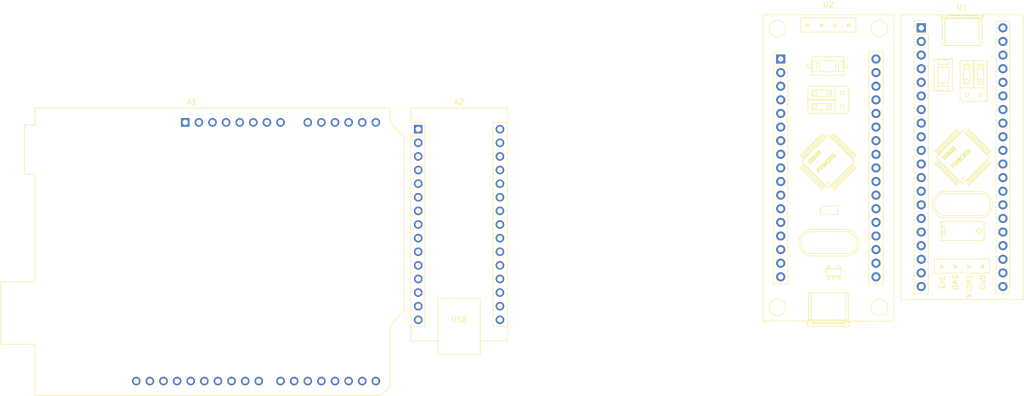
<source format=kicad_pcb>
(kicad_pcb (version 20241229) (generator "pcbnew") (generator_version "9.0")
  (layers (0 "F.Cu" signal) (2 "B.Cu" signal) (13 "F.Paste" user) (15 "B.Paste" user) (5 "F.SilkS" user "F.Silkscreen") (7 "B.SilkS" user "B.Silkscreen") (1 "F.Mask" user) (3 "B.Mask" user) (25 "Edge.Cuts" user))
  (net 0 "")
  (footprint "Module:Arduino_UNO_R3" (layer "F.Cu") (at 73.44 55.74)
    (property "Reference" "A1" (at 1.27 -3.81 180) (layer "F.SilkS"))
    (property "Value" "Arduino_Leonardo")
    (pad "1" thru_hole rect (at 0 0 90) (size 1.6 1.6) (drill 1) (layers "*.Cu" "*.Mask"))
    (pad "2" thru_hole oval (at 2.54 0 90) (size 1.6 1.6) (drill 1) (layers "*.Cu" "*.Mask"))
    (pad "3" thru_hole oval (at 5.08 0 90) (size 1.6 1.6) (drill 1) (layers "*.Cu" "*.Mask"))
    (pad "4" thru_hole oval (at 7.62 0 90) (size 1.6 1.6) (drill 1) (layers "*.Cu" "*.Mask"))
    (pad "5" thru_hole oval (at 10.16 0 90) (size 1.6 1.6) (drill 1) (layers "*.Cu" "*.Mask"))
    (pad "6" thru_hole oval (at 12.7 0 90) (size 1.6 1.6) (drill 1) (layers "*.Cu" "*.Mask"))
    (pad "7" thru_hole oval (at 15.24 0 90) (size 1.6 1.6) (drill 1) (layers "*.Cu" "*.Mask"))
    (pad "8" thru_hole oval (at 17.78 0 90) (size 1.6 1.6) (drill 1) (layers "*.Cu" "*.Mask"))
    (pad "9" thru_hole oval (at 22.86 0 90) (size 1.6 1.6) (drill 1) (layers "*.Cu" "*.Mask"))
    (pad "10" thru_hole oval (at 25.4 0 90) (size 1.6 1.6) (drill 1) (layers "*.Cu" "*.Mask"))
    (pad "11" thru_hole oval (at 27.94 0 90) (size 1.6 1.6) (drill 1) (layers "*.Cu" "*.Mask"))
    (pad "12" thru_hole oval (at 30.48 0 90) (size 1.6 1.6) (drill 1) (layers "*.Cu" "*.Mask"))
    (pad "13" thru_hole oval (at 33.02 0 90) (size 1.6 1.6) (drill 1) (layers "*.Cu" "*.Mask"))
    (pad "14" thru_hole oval (at 35.56 0 90) (size 1.6 1.6) (drill 1) (layers "*.Cu" "*.Mask"))
    (pad "15" thru_hole oval (at 35.56 48.26 90) (size 1.6 1.6) (drill 1) (layers "*.Cu" "*.Mask"))
    (pad "16" thru_hole oval (at 33.02 48.26 90) (size 1.6 1.6) (drill 1) (layers "*.Cu" "*.Mask"))
    (pad "17" thru_hole oval (at 30.48 48.26 90) (size 1.6 1.6) (drill 1) (layers "*.Cu" "*.Mask"))
    (pad "18" thru_hole oval (at 27.94 48.26 90) (size 1.6 1.6) (drill 1) (layers "*.Cu" "*.Mask"))
    (pad "19" thru_hole oval (at 25.4 48.26 90) (size 1.6 1.6) (drill 1) (layers "*.Cu" "*.Mask"))
    (pad "20" thru_hole oval (at 22.86 48.26 90) (size 1.6 1.6) (drill 1) (layers "*.Cu" "*.Mask"))
    (pad "21" thru_hole oval (at 20.32 48.26 90) (size 1.6 1.6) (drill 1) (layers "*.Cu" "*.Mask"))
    (pad "22" thru_hole oval (at 17.78 48.26 90) (size 1.6 1.6) (drill 1) (layers "*.Cu" "*.Mask"))
    (pad "23" thru_hole oval (at 13.72 48.26 90) (size 1.6 1.6) (drill 1) (layers "*.Cu" "*.Mask"))
    (pad "24" thru_hole oval (at 11.18 48.26 90) (size 1.6 1.6) (drill 1) (layers "*.Cu" "*.Mask"))
    (pad "25" thru_hole oval (at 8.64 48.26 90) (size 1.6 1.6) (drill 1) (layers "*.Cu" "*.Mask"))
    (pad "26" thru_hole oval (at 6.1 48.26 90) (size 1.6 1.6) (drill 1) (layers "*.Cu" "*.Mask"))
    (pad "27" thru_hole oval (at 3.56 48.26 90) (size 1.6 1.6) (drill 1) (layers "*.Cu" "*.Mask"))
    (pad "28" thru_hole oval (at 1.02 48.26 90) (size 1.6 1.6) (drill 1) (layers "*.Cu" "*.Mask"))
    (pad "29" thru_hole oval (at -1.52 48.26 90) (size 1.6 1.6) (drill 1) (layers "*.Cu" "*.Mask"))
    (pad "30" thru_hole oval (at -4.06 48.26 90) (size 1.6 1.6) (drill 1) (layers "*.Cu" "*.Mask"))
    (pad "31" thru_hole oval (at -6.6 48.26 90) (size 1.6 1.6) (drill 1) (layers "*.Cu" "*.Mask"))
    (pad "32" thru_hole oval (at -9.14 48.26 90) (size 1.6 1.6) (drill 1) (layers "*.Cu" "*.Mask"))
  )
  (footprint "libs:YAAJ_BlackPill_1" (layer "F.Cu") (at 184.54 43.91)
    (property "Reference" "U2" (at 8.89 -10.16 0) (layer "F.SilkS"))
    (property "Value" "YAAJ_BlackPill" (hide yes))
    (pad "1" thru_hole rect (at 0 0) (size 1.7 1.7) (drill 1) (layers "*.Cu" "*.Mask"))
    (pad "2" thru_hole circle (at 0 2.54) (size 1.7 1.7) (drill 1) (layers "*.Cu" "*.Mask"))
    (pad "3" thru_hole circle (at 0 5.08) (size 1.7 1.7) (drill 1) (layers "*.Cu" "*.Mask"))
    (pad "4" thru_hole circle (at 0 7.62) (size 1.7 1.7) (drill 1) (layers "*.Cu" "*.Mask"))
    (pad "5" thru_hole circle (at 0 10.16) (size 1.7 1.7) (drill 1) (layers "*.Cu" "*.Mask"))
    (pad "6" thru_hole circle (at 0 12.7) (size 1.7 1.7) (drill 1) (layers "*.Cu" "*.Mask"))
    (pad "7" thru_hole circle (at 0 15.24) (size 1.7 1.7) (drill 1) (layers "*.Cu" "*.Mask"))
    (pad "8" thru_hole circle (at 0 17.78) (size 1.7 1.7) (drill 1) (layers "*.Cu" "*.Mask"))
    (pad "9" thru_hole circle (at 0 20.32) (size 1.7 1.7) (drill 1) (layers "*.Cu" "*.Mask"))
    (pad "10" thru_hole circle (at 0 22.86) (size 1.7 1.7) (drill 1) (layers "*.Cu" "*.Mask"))
    (pad "11" thru_hole circle (at 0 25.4) (size 1.7 1.7) (drill 1) (layers "*.Cu" "*.Mask"))
    (pad "12" thru_hole circle (at 0 27.94) (size 1.7 1.7) (drill 1) (layers "*.Cu" "*.Mask"))
    (pad "13" thru_hole circle (at 0 30.48) (size 1.7 1.7) (drill 1) (layers "*.Cu" "*.Mask"))
    (pad "14" thru_hole circle (at 0 33.02) (size 1.7 1.7) (drill 1) (layers "*.Cu" "*.Mask"))
    (pad "15" thru_hole circle (at 0 35.56) (size 1.7 1.7) (drill 1) (layers "*.Cu" "*.Mask"))
    (pad "16" thru_hole circle (at 0 38.1) (size 1.7 1.7) (drill 1) (layers "*.Cu" "*.Mask"))
    (pad "17" thru_hole circle (at 0 40.64) (size 1.7 1.7) (drill 1) (layers "*.Cu" "*.Mask"))
    (pad "18" thru_hole circle (at 17.78 40.64) (size 1.7 1.7) (drill 1) (layers "*.Cu" "*.Mask"))
    (pad "19" thru_hole circle (at 17.78 38.1) (size 1.7 1.7) (drill 1) (layers "*.Cu" "*.Mask"))
    (pad "20" thru_hole circle (at 17.78 35.56) (size 1.7 1.7) (drill 1) (layers "*.Cu" "*.Mask"))
    (pad "21" thru_hole circle (at 17.78 33.02) (size 1.7 1.7) (drill 1) (layers "*.Cu" "*.Mask"))
    (pad "22" thru_hole circle (at 17.78 30.48) (size 1.7 1.7) (drill 1) (layers "*.Cu" "*.Mask"))
    (pad "23" thru_hole circle (at 17.78 27.94) (size 1.7 1.7) (drill 1) (layers "*.Cu" "*.Mask"))
    (pad "24" thru_hole circle (at 17.78 25.4) (size 1.7 1.7) (drill 1) (layers "*.Cu" "*.Mask"))
    (pad "25" thru_hole circle (at 17.78 22.86) (size 1.7 1.7) (drill 1) (layers "*.Cu" "*.Mask"))
    (pad "26" thru_hole circle (at 17.78 20.32) (size 1.7 1.7) (drill 1) (layers "*.Cu" "*.Mask"))
    (pad "27" thru_hole circle (at 17.78 17.78) (size 1.7 1.7) (drill 1) (layers "*.Cu" "*.Mask"))
    (pad "28" thru_hole circle (at 17.78 15.24) (size 1.7 1.7) (drill 1) (layers "*.Cu" "*.Mask"))
    (pad "29" thru_hole circle (at 17.78 12.7) (size 1.7 1.7) (drill 1) (layers "*.Cu" "*.Mask"))
    (pad "30" thru_hole circle (at 17.78 10.16) (size 1.7 1.7) (drill 1) (layers "*.Cu" "*.Mask"))
    (pad "31" thru_hole circle (at 17.78 7.62) (size 1.7 1.7) (drill 1) (layers "*.Cu" "*.Mask"))
    (pad "32" thru_hole circle (at 17.78 5.08) (size 1.7 1.7) (drill 1) (layers "*.Cu" "*.Mask"))
    (pad "33" thru_hole circle (at 17.78 2.54) (size 1.7 1.7) (drill 1) (layers "*.Cu" "*.Mask"))
    (pad "34" thru_hole circle (at 17.78 0) (size 1.7 1.7) (drill 1) (layers "*.Cu" "*.Mask"))
  )
  (footprint "Module:Arduino_Nano" (layer "F.Cu") (at 116.91 57.01)
    (property "Reference" "A2" (at 7.62 -5.08 0) (layer "F.SilkS"))
    (property "Value" "Arduino_Nano_v3.x")
    (fp_text user "USB" (at 7.62 35.56 0) (layer "F.SilkS"))
    (pad "1" thru_hole rect (at 0 0) (size 1.6 1.6) (drill 1) (layers "*.Cu" "*.Mask"))
    (pad "2" thru_hole oval (at 0 2.54) (size 1.6 1.6) (drill 1) (layers "*.Cu" "*.Mask"))
    (pad "3" thru_hole oval (at 0 5.08) (size 1.6 1.6) (drill 1) (layers "*.Cu" "*.Mask"))
    (pad "4" thru_hole oval (at 0 7.62) (size 1.6 1.6) (drill 1) (layers "*.Cu" "*.Mask"))
    (pad "5" thru_hole oval (at 0 10.16) (size 1.6 1.6) (drill 1) (layers "*.Cu" "*.Mask"))
    (pad "6" thru_hole oval (at 0 12.7) (size 1.6 1.6) (drill 1) (layers "*.Cu" "*.Mask"))
    (pad "7" thru_hole oval (at 0 15.24) (size 1.6 1.6) (drill 1) (layers "*.Cu" "*.Mask"))
    (pad "8" thru_hole oval (at 0 17.78) (size 1.6 1.6) (drill 1) (layers "*.Cu" "*.Mask"))
    (pad "9" thru_hole oval (at 0 20.32) (size 1.6 1.6) (drill 1) (layers "*.Cu" "*.Mask"))
    (pad "10" thru_hole oval (at 0 22.86) (size 1.6 1.6) (drill 1) (layers "*.Cu" "*.Mask"))
    (pad "11" thru_hole oval (at 0 25.4) (size 1.6 1.6) (drill 1) (layers "*.Cu" "*.Mask"))
    (pad "12" thru_hole oval (at 0 27.94) (size 1.6 1.6) (drill 1) (layers "*.Cu" "*.Mask"))
    (pad "13" thru_hole oval (at 0 30.48) (size 1.6 1.6) (drill 1) (layers "*.Cu" "*.Mask"))
    (pad "14" thru_hole oval (at 0 33.02) (size 1.6 1.6) (drill 1) (layers "*.Cu" "*.Mask"))
    (pad "15" thru_hole oval (at 0 35.56) (size 1.6 1.6) (drill 1) (layers "*.Cu" "*.Mask"))
    (pad "16" thru_hole oval (at 15.24 35.56) (size 1.6 1.6) (drill 1) (layers "*.Cu" "*.Mask"))
    (pad "17" thru_hole oval (at 15.24 33.02) (size 1.6 1.6) (drill 1) (layers "*.Cu" "*.Mask"))
    (pad "18" thru_hole oval (at 15.24 30.48) (size 1.6 1.6) (drill 1) (layers "*.Cu" "*.Mask"))
    (pad "19" thru_hole oval (at 15.24 27.94) (size 1.6 1.6) (drill 1) (layers "*.Cu" "*.Mask"))
    (pad "20" thru_hole oval (at 15.24 25.4) (size 1.6 1.6) (drill 1) (layers "*.Cu" "*.Mask"))
    (pad "21" thru_hole oval (at 15.24 22.86) (size 1.6 1.6) (drill 1) (layers "*.Cu" "*.Mask"))
    (pad "22" thru_hole oval (at 15.24 20.32) (size 1.6 1.6) (drill 1) (layers "*.Cu" "*.Mask"))
    (pad "23" thru_hole oval (at 15.24 17.78) (size 1.6 1.6) (drill 1) (layers "*.Cu" "*.Mask"))
    (pad "24" thru_hole oval (at 15.24 15.24) (size 1.6 1.6) (drill 1) (layers "*.Cu" "*.Mask"))
    (pad "25" thru_hole oval (at 15.24 12.7) (size 1.6 1.6) (drill 1) (layers "*.Cu" "*.Mask"))
    (pad "26" thru_hole oval (at 15.24 10.16) (size 1.6 1.6) (drill 1) (layers "*.Cu" "*.Mask"))
    (pad "27" thru_hole oval (at 15.24 7.62) (size 1.6 1.6) (drill 1) (layers "*.Cu" "*.Mask"))
    (pad "28" thru_hole oval (at 15.24 5.08) (size 1.6 1.6) (drill 1) (layers "*.Cu" "*.Mask"))
    (pad "29" thru_hole oval (at 15.24 2.54) (size 1.6 1.6) (drill 1) (layers "*.Cu" "*.Mask"))
    (pad "30" thru_hole oval (at 15.24 0) (size 1.6 1.6) (drill 1) (layers "*.Cu" "*.Mask"))
  )
  (footprint "libs:YAAJ_BluePill_1" (layer "F.Cu") (at 210.76 38.1)
    (property "Reference" "U1" (at 7.62 -3.81 0) (layer "F.SilkS"))
    (property "Value" "YAAJ_BluePill" (hide yes))
    (fp_text user "GND" (at 11.43 47.498 270) (layer "F.SilkS") (effects (font (size 1 0.9))))
    (fp_text user "3V3" (at 3.81 47.498 270) (layer "F.SilkS") (effects (font (size 1 0.9))))
    (fp_text user "SWCLK" (at 8.89 48.26 270) (layer "F.SilkS") (effects (font (size 1 0.9))))
    (fp_text user "SWO" (at 6.35 47.498 270) (layer "F.SilkS") (effects (font (size 1 0.9))))
    (pad "1" thru_hole rect (at 0 0) (size 1.7 1.7) (drill 1) (layers "*.Cu" "*.Mask"))
    (pad "2" thru_hole circle (at 0 2.54) (size 1.7 1.7) (drill 1) (layers "*.Cu" "*.Mask"))
    (pad "3" thru_hole circle (at 0 5.08) (size 1.7 1.7) (drill 1) (layers "*.Cu" "*.Mask"))
    (pad "4" thru_hole circle (at 0 7.62) (size 1.7 1.7) (drill 1) (layers "*.Cu" "*.Mask"))
    (pad "5" thru_hole circle (at 0 10.16) (size 1.7 1.7) (drill 1) (layers "*.Cu" "*.Mask"))
    (pad "6" thru_hole circle (at 0 12.7) (size 1.7 1.7) (drill 1) (layers "*.Cu" "*.Mask"))
    (pad "7" thru_hole circle (at 0 15.24) (size 1.7 1.7) (drill 1) (layers "*.Cu" "*.Mask"))
    (pad "8" thru_hole circle (at 0 17.78) (size 1.7 1.7) (drill 1) (layers "*.Cu" "*.Mask"))
    (pad "9" thru_hole circle (at 0 20.32) (size 1.7 1.7) (drill 1) (layers "*.Cu" "*.Mask"))
    (pad "10" thru_hole circle (at 0 22.86) (size 1.7 1.7) (drill 1) (layers "*.Cu" "*.Mask"))
    (pad "11" thru_hole circle (at 0 25.4) (size 1.7 1.7) (drill 1) (layers "*.Cu" "*.Mask"))
    (pad "12" thru_hole circle (at 0 27.94) (size 1.7 1.7) (drill 1) (layers "*.Cu" "*.Mask"))
    (pad "13" thru_hole circle (at 0 30.48) (size 1.7 1.7) (drill 1) (layers "*.Cu" "*.Mask"))
    (pad "14" thru_hole circle (at 0 33.02) (size 1.7 1.7) (drill 1) (layers "*.Cu" "*.Mask"))
    (pad "15" thru_hole circle (at 0 35.56) (size 1.7 1.7) (drill 1) (layers "*.Cu" "*.Mask"))
    (pad "16" thru_hole circle (at 0 38.1) (size 1.7 1.7) (drill 1) (layers "*.Cu" "*.Mask"))
    (pad "17" thru_hole circle (at 0 40.64) (size 1.7 1.7) (drill 1) (layers "*.Cu" "*.Mask"))
    (pad "18" thru_hole circle (at 0 43.18) (size 1.7 1.7) (drill 1) (layers "*.Cu" "*.Mask"))
    (pad "19" thru_hole circle (at 0 45.72) (size 1.7 1.7) (drill 1) (layers "*.Cu" "*.Mask"))
    (pad "20" thru_hole circle (at 0 48.26) (size 1.7 1.7) (drill 1) (layers "*.Cu" "*.Mask"))
    (pad "21" thru_hole circle (at 15.24 48.26) (size 1.7 1.7) (drill 1) (layers "*.Cu" "*.Mask"))
    (pad "22" thru_hole circle (at 15.24 45.72) (size 1.7 1.7) (drill 1) (layers "*.Cu" "*.Mask"))
    (pad "23" thru_hole circle (at 15.24 43.18) (size 1.7 1.7) (drill 1) (layers "*.Cu" "*.Mask"))
    (pad "24" thru_hole circle (at 15.24 40.64) (size 1.7 1.7) (drill 1) (layers "*.Cu" "*.Mask"))
    (pad "25" thru_hole circle (at 15.24 38.1) (size 1.7 1.7) (drill 1) (layers "*.Cu" "*.Mask"))
    (pad "26" thru_hole circle (at 15.24 35.56) (size 1.7 1.7) (drill 1) (layers "*.Cu" "*.Mask"))
    (pad "27" thru_hole circle (at 15.24 33.02) (size 1.7 1.7) (drill 1) (layers "*.Cu" "*.Mask"))
    (pad "28" thru_hole circle (at 15.24 30.48) (size 1.7 1.7) (drill 1) (layers "*.Cu" "*.Mask"))
    (pad "29" thru_hole circle (at 15.24 27.94) (size 1.7 1.7) (drill 1) (layers "*.Cu" "*.Mask"))
    (pad "30" thru_hole circle (at 15.24 25.4) (size 1.7 1.7) (drill 1) (layers "*.Cu" "*.Mask"))
    (pad "31" thru_hole circle (at 15.24 22.86) (size 1.7 1.7) (drill 1) (layers "*.Cu" "*.Mask"))
    (pad "32" thru_hole circle (at 15.24 20.32) (size 1.7 1.7) (drill 1) (layers "*.Cu" "*.Mask"))
    (pad "33" thru_hole circle (at 15.24 17.78) (size 1.7 1.7) (drill 1) (layers "*.Cu" "*.Mask"))
    (pad "34" thru_hole circle (at 15.24 15.24) (size 1.7 1.7) (drill 1) (layers "*.Cu" "*.Mask"))
    (pad "35" thru_hole circle (at 15.24 12.7) (size 1.7 1.7) (drill 1) (layers "*.Cu" "*.Mask"))
    (pad "36" thru_hole circle (at 15.24 10.16) (size 1.7 1.7) (drill 1) (layers "*.Cu" "*.Mask"))
    (pad "37" thru_hole circle (at 15.24 7.62) (size 1.7 1.7) (drill 1) (layers "*.Cu" "*.Mask"))
    (pad "38" thru_hole circle (at 15.24 5.08) (size 1.7 1.7) (drill 1) (layers "*.Cu" "*.Mask"))
    (pad "39" thru_hole circle (at 15.24 2.54) (size 1.7 1.7) (drill 1) (layers "*.Cu" "*.Mask"))
    (pad "40" thru_hole circle (at 15.24 0) (size 1.7 1.7) (drill 1) (layers "*.Cu" "*.Mask"))
  )
)
</source>
